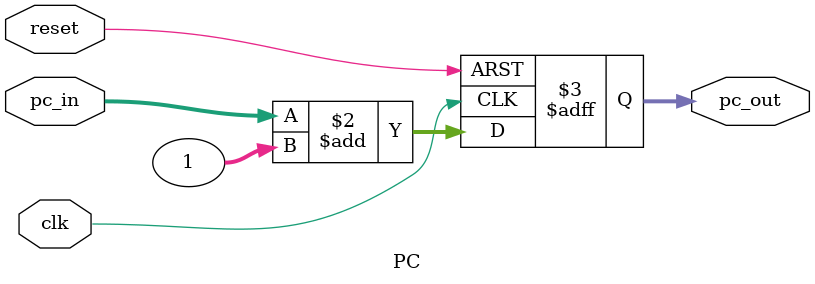
<source format=v>
`timescale 1ns / 1ps


module PC(clk, reset, pc_in, pc_out);
    input clk, reset;
    input[31:0] pc_in; 
    output reg [31:0] pc_out; 
    
    always@(posedge clk or posedge reset) begin
        if (reset) begin
            pc_out <= 32'h00000000;
        end
        else begin 
            if(clk) begin
                pc_out <= pc_in + 32'h00000001; 
            end
        end
    end 
    
endmodule

</source>
